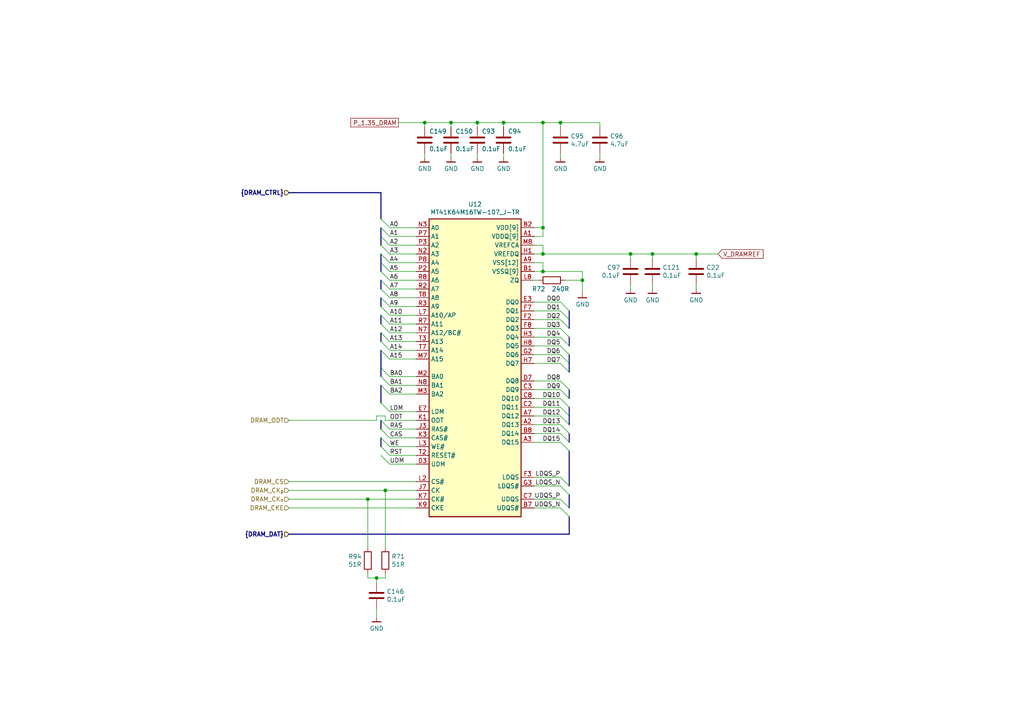
<source format=kicad_sch>
(kicad_sch (version 20200618) (host eeschema "5.99.0-unknown-73168a9~101~ubuntu18.04.1")
  (page 14 18)
  (paper "A4")
  (title_block (title "ButterStick") (date "2020-07-16") (rev "r1.0") (company "GsD") (comment 1 "Functional prototyping board for the Lattice ECP5."))
  (lib_symbols
    (symbol "Device:C" (pin_numbers hide) (pin_names (offset 0.254))
      (property "Reference" "C" (at 0.635 2.54 0))
      (property "Value" "C" (at 0.635 -2.54 0))
      (symbol "C_0_1"
        (polyline (pts (xy -2.032 -0.762) (xy 2.032 -0.762)) (stroke (width 0.508)))
        (polyline (pts (xy -2.032 0.762) (xy 2.032 0.762)) (stroke (width 0.508)))
      )
      (symbol "C_1_1"
        (pin passive line (at 0 3.81 270) (length 2.794) (name "~") (number "1"))
        (pin passive line (at 0 -3.81 90) (length 2.794) (name "~") (number "2"))
      )
    )
    (symbol "Device:R" (pin_numbers hide) (pin_names (offset 0))
      (property "Reference" "R" (at 2.032 0 90))
      (property "Value" "R" (at 0 0 90))
      (symbol "R_0_1"
        (rectangle (start -1.016 -2.54) (end 1.016 2.54) (stroke (width 0.254)))
      )
      (symbol "R_1_1"
        (pin passive line (at 0 3.81 270) (length 1.27) (name "~") (number "1"))
        (pin passive line (at 0 -3.81 90) (length 1.27) (name "~") (number "2"))
      )
    )
    (symbol "gkl_mem:MT41K512M16TW"
      (property "Reference" "U" (at 0 36.83 0))
      (property "Value" "MT41K512M16TW" (at 0 34.29 0))
      (symbol "MT41K512M16TW_0_1"
        (rectangle (start -12.7 33.02) (end 13.97 -53.34) (stroke (width 0.3302)) (fill (type background)))
      )
      (symbol "MT41K512M16TW_1_1"
        (pin input line (at 17.78 27.94 180) (length 3.81) (name "VDDQ[9]") (number "A1"))
        (pin input line (at 17.78 -26.67 180) (length 3.81) (name "DQ13") (number "A2"))
        (pin input line (at 17.78 -31.75 180) (length 3.81) (name "DQ15") (number "A3"))
        (pin input line (at 17.78 -24.13 180) (length 3.81) (name "DQ12") (number "A7"))
        (pin input line (at 17.78 27.94 180) (length 0) (name "VDDQ") (number "A8"))
        (pin input line (at 17.78 20.32 180) (length 3.81) (name "VSS[12]") (number "A9"))
        (pin input line (at 17.78 17.78 180) (length 3.81) (name "VSSQ[9]") (number "B1"))
        (pin input line (at 17.78 30.48 180) (length 3.81) (name "VDD[9]") (number "B2"))
        (pin input line (at 17.78 20.32 180) (length 0) (name "VSS") (number "B3"))
        (pin input line (at 17.78 -50.8 180) (length 3.81) (name "UDQS#") (number "B7"))
        (pin input line (at 17.78 -29.21 180) (length 3.81) (name "DQ14") (number "B8"))
        (pin input line (at 17.78 17.78 180) (length 0) (name "VSSQ") (number "B9"))
        (pin input line (at 17.78 27.94 180) (length 0) (name "VDDQ") (number "C1"))
        (pin input line (at 17.78 -21.59 180) (length 3.81) (name "DQ11") (number "C2"))
        (pin input line (at 17.78 -16.51 180) (length 3.81) (name "DQ9") (number "C3"))
        (pin input line (at 17.78 -48.26 180) (length 3.81) (name "UDQS") (number "C7"))
        (pin input line (at 17.78 -19.05 180) (length 3.81) (name "DQ10") (number "C8"))
        (pin input line (at 17.78 27.94 180) (length 0) (name "VDDQ") (number "C9"))
        (pin input line (at 17.78 17.78 180) (length 0) (name "VSSQ") (number "D1"))
        (pin input line (at 17.78 27.94 180) (length 0) (name "VDDQ") (number "D2"))
        (pin input line (at -16.51 -38.1 0) (length 3.81) (name "UDM") (number "D3"))
        (pin input line (at 17.78 -13.97 180) (length 3.81) (name "DQ8") (number "D7"))
        (pin input line (at 17.78 17.78 180) (length 0) (name "VSSQ") (number "D8"))
        (pin input line (at 17.78 30.48 180) (length 0) (name "VDD") (number "D9"))
        (pin input line (at 17.78 20.32 180) (length 0) (name "VSS") (number "E1"))
        (pin input line (at 17.78 17.78 180) (length 0) (name "VSSQ") (number "E2"))
        (pin input line (at 17.78 8.89 180) (length 3.81) (name "DQ0") (number "E3"))
        (pin input line (at -16.51 -22.86 0) (length 3.81) (name "LDM") (number "E7"))
        (pin input line (at 17.78 17.78 180) (length 0) (name "VSSQ") (number "E8"))
        (pin input line (at 17.78 27.94 180) (length 0) (name "VDDQ") (number "E9"))
        (pin input line (at 17.78 27.94 180) (length 0) (name "VDDQ") (number "F1"))
        (pin input line (at 17.78 3.81 180) (length 3.81) (name "DQ2") (number "F2"))
        (pin input line (at 17.78 -41.91 180) (length 3.81) (name "LDQS") (number "F3"))
        (pin input line (at 17.78 6.35 180) (length 3.81) (name "DQ1") (number "F7"))
        (pin input line (at 17.78 1.27 180) (length 3.81) (name "DQ3") (number "F8"))
        (pin input line (at 17.78 17.78 180) (length 0) (name "VSSQ") (number "F9"))
        (pin input line (at 17.78 17.78 180) (length 0) (name "VSSQ") (number "G1"))
        (pin input line (at 17.78 -6.35 180) (length 3.81) (name "DQ6") (number "G2"))
        (pin input line (at 17.78 -44.45 180) (length 3.81) (name "LDQS#") (number "G3"))
        (pin input line (at 17.78 30.48 180) (length 0) (name "VDD") (number "G7"))
        (pin input line (at 17.78 17.78 180) (length 0) (name "VSSQ") (number "G9"))
        (pin input line (at 17.78 22.86 180) (length 3.81) (name "VREFDQ") (number "H1"))
        (pin input line (at 17.78 27.94 180) (length 0) (name "VDDQ") (number "H2"))
        (pin input line (at 17.78 -1.27 180) (length 3.81) (name "DQ4") (number "H3"))
        (pin input line (at 17.78 -8.89 180) (length 3.81) (name "DQ7") (number "H7"))
        (pin input line (at 17.78 -3.81 180) (length 3.81) (name "DQ5") (number "H8"))
        (pin input line (at 17.78 27.94 180) (length 0) (name "VDDQ") (number "H9"))
        (pin input line (at 17.78 20.32 180) (length 0) (name "VSS") (number "J2"))
        (pin input line (at -16.51 -27.94 0) (length 3.81) (name "RAS#") (number "J3"))
        (pin input line (at -16.51 -45.72 0) (length 3.81) (name "CK") (number "J7"))
        (pin input line (at 17.78 20.32 180) (length 0) (name "VSS") (number "J8"))
        (pin input line (at -16.51 -25.4 0) (length 3.81) (name "ODT") (number "K1"))
        (pin input line (at 17.78 30.48 180) (length 0) (name "VDD") (number "K2"))
        (pin input line (at -16.51 -30.48 0) (length 3.81) (name "CAS#") (number "K3"))
        (pin input line (at -16.51 -48.26 0) (length 3.81) (name "CK#") (number "K7"))
        (pin input line (at 17.78 30.48 180) (length 0) (name "VDD") (number "K8"))
        (pin input line (at -16.51 -50.8 0) (length 3.81) (name "CKE") (number "K9"))
        (pin input line (at -16.51 -43.18 0) (length 3.81) (name "CS#") (number "L2"))
        (pin input line (at -16.51 -33.02 0) (length 3.81) (name "WE#") (number "L3"))
        (pin input line (at -16.51 5.08 0) (length 3.81) (name "A10/AP") (number "L7"))
        (pin input line (at 17.78 15.24 180) (length 3.81) (name "ZQ") (number "L8"))
        (pin input line (at 17.78 20.32 180) (length 0) (name "VSS") (number "M1"))
        (pin input line (at -16.51 -12.7 0) (length 3.81) (name "BA0") (number "M2"))
        (pin input line (at -16.51 -17.78 0) (length 3.81) (name "BA2") (number "M3"))
        (pin input line (at -16.51 -7.62 0) (length 3.81) (name "A15") (number "M7"))
        (pin input line (at 17.78 25.4 180) (length 3.81) (name "VREFCA") (number "M8"))
        (pin input line (at 17.78 20.32 180) (length 0) (name "VSS") (number "M9"))
        (pin input line (at 17.78 30.48 180) (length 0) (name "VDD") (number "N1"))
        (pin input line (at -16.51 22.86 0) (length 3.81) (name "A3") (number "N2"))
        (pin input line (at -16.51 30.48 0) (length 3.81) (name "A0") (number "N3"))
        (pin input line (at -16.51 0 0) (length 3.81) (name "A12/BC#") (number "N7"))
        (pin input line (at -16.51 -15.24 0) (length 3.81) (name "BA1") (number "N8"))
        (pin input line (at 17.78 30.48 180) (length 0) (name "VDD") (number "N9"))
        (pin input line (at 17.78 20.32 180) (length 0) (name "VSS") (number "P1"))
        (pin input line (at -16.51 17.78 0) (length 3.81) (name "A5") (number "P2"))
        (pin input line (at -16.51 25.4 0) (length 3.81) (name "A2") (number "P3"))
        (pin input line (at -16.51 27.94 0) (length 3.81) (name "A1") (number "P7"))
        (pin input line (at -16.51 20.32 0) (length 3.81) (name "A4") (number "P8"))
        (pin input line (at 17.78 20.32 180) (length 0) (name "VSS") (number "P9"))
        (pin input line (at 17.78 20.32 180) (length 0) (name "VSS") (number "P9"))
        (pin input line (at 17.78 30.48 180) (length 0) (name "VDD") (number "R1"))
        (pin input line (at -16.51 12.7 0) (length 3.81) (name "A7") (number "R2"))
        (pin input line (at -16.51 7.62 0) (length 3.81) (name "A9") (number "R3"))
        (pin input line (at -16.51 2.54 0) (length 3.81) (name "A11") (number "R7"))
        (pin input line (at -16.51 15.24 0) (length 3.81) (name "A6") (number "R8"))
        (pin input line (at 17.78 30.48 180) (length 0) (name "VDD") (number "R9"))
        (pin input line (at 17.78 20.32 180) (length 0) (name "VSS") (number "T1"))
        (pin input line (at -16.51 -35.56 0) (length 3.81) (name "RESET#") (number "T2"))
        (pin input line (at -16.51 -2.54 0) (length 3.81) (name "A13") (number "T3"))
        (pin input line (at -16.51 -5.08 0) (length 3.81) (name "A14") (number "T7"))
        (pin input line (at -16.51 10.16 0) (length 3.81) (name "A8") (number "T8"))
        (pin input line (at 17.78 20.32 180) (length 0) (name "VSS") (number "T9"))
      )
    )
    (symbol "gkl_power:GND" (power) (pin_names (offset 0))
      (property "Value" "GND" (at 0 -2.54 0))
      (symbol "GND_0_1"
        (polyline (pts (xy 0 -1.27) (xy 0 0)))
        (polyline (pts (xy 1.27 -1.27) (xy -1.27 -1.27)) (stroke (width 0.3048)))
      )
      (symbol "GND_1_1"
        (pin power_in line (at 0 0 270) (length 0) hide (name "GND") (number "1"))
      )
    )
    (symbol "power:GND" (power) (pin_names (offset 0))
      (property "Value" "GND" (at 0 -2.54 0))
      (symbol "GND_0_1"
        (polyline (pts (xy 0 -1.27) (xy 0 0)))
        (polyline (pts (xy 1.27 -1.27) (xy -1.27 -1.27)) (stroke (width 0.3048)))
      )
      (symbol "GND_1_1"
        (pin power_in line (at 0 0 270) (length 0) hide (name "GND") (number "1"))
      )
    )
  )
  (junction (at 106.68 144.78))
  (junction (at 109.22 167.64))
  (junction (at 111.76 142.24))
  (junction (at 123.19 35.56))
  (junction (at 130.81 35.56))
  (junction (at 138.43 35.56))
  (junction (at 146.05 35.56))
  (junction (at 157.48 35.56))
  (junction (at 157.48 66.04))
  (junction (at 157.48 73.66))
  (junction (at 157.48 78.74))
  (junction (at 162.56 35.56))
  (junction (at 168.91 81.28))
  (junction (at 182.88 73.66))
  (junction (at 189.23 73.66))
  (junction (at 201.93 73.66))
  (bus_entry (at 110.49 63.5) (size 2.54 2.54) (stroke (width 0.1524)))
  (bus_entry (at 110.49 66.04) (size 2.54 2.54) (stroke (width 0.1524)))
  (bus_entry (at 110.49 68.58) (size 2.54 2.54) (stroke (width 0.1524)))
  (bus_entry (at 110.49 71.12) (size 2.54 2.54) (stroke (width 0.1524)))
  (bus_entry (at 110.49 73.66) (size 2.54 2.54) (stroke (width 0.1524)))
  (bus_entry (at 110.49 76.2) (size 2.54 2.54) (stroke (width 0.1524)))
  (bus_entry (at 110.49 78.74) (size 2.54 2.54) (stroke (width 0.1524)))
  (bus_entry (at 110.49 81.28) (size 2.54 2.54) (stroke (width 0.1524)))
  (bus_entry (at 110.49 83.82) (size 2.54 2.54) (stroke (width 0.1524)))
  (bus_entry (at 110.49 86.36) (size 2.54 2.54) (stroke (width 0.1524)))
  (bus_entry (at 110.49 88.9) (size 2.54 2.54) (stroke (width 0.1524)))
  (bus_entry (at 110.49 91.44) (size 2.54 2.54) (stroke (width 0.1524)))
  (bus_entry (at 110.49 93.98) (size 2.54 2.54) (stroke (width 0.1524)))
  (bus_entry (at 110.49 96.52) (size 2.54 2.54) (stroke (width 0.1524)))
  (bus_entry (at 110.49 99.06) (size 2.54 2.54) (stroke (width 0.1524)))
  (bus_entry (at 110.49 101.6) (size 2.54 2.54) (stroke (width 0.1524)))
  (bus_entry (at 110.49 106.68) (size 2.54 2.54) (stroke (width 0.1524)))
  (bus_entry (at 110.49 109.22) (size 2.54 2.54) (stroke (width 0.1524)))
  (bus_entry (at 110.49 111.76) (size 2.54 2.54) (stroke (width 0.1524)))
  (bus_entry (at 110.49 116.84) (size 2.54 2.54) (stroke (width 0.1524)))
  (bus_entry (at 110.49 121.92) (size 2.54 2.54) (stroke (width 0.1524)))
  (bus_entry (at 110.49 124.46) (size 2.54 2.54) (stroke (width 0.1524)))
  (bus_entry (at 110.49 127) (size 2.54 2.54) (stroke (width 0.1524)))
  (bus_entry (at 110.49 129.54) (size 2.54 2.54) (stroke (width 0.1524)))
  (bus_entry (at 110.49 132.08) (size 2.54 2.54) (stroke (width 0.1524)))
  (bus_entry (at 165.1 90.17) (size -2.54 -2.54) (stroke (width 0.1524)))
  (bus_entry (at 165.1 92.71) (size -2.54 -2.54) (stroke (width 0.1524)))
  (bus_entry (at 165.1 95.25) (size -2.54 -2.54) (stroke (width 0.1524)))
  (bus_entry (at 165.1 97.79) (size -2.54 -2.54) (stroke (width 0.1524)))
  (bus_entry (at 165.1 100.33) (size -2.54 -2.54) (stroke (width 0.1524)))
  (bus_entry (at 165.1 102.87) (size -2.54 -2.54) (stroke (width 0.1524)))
  (bus_entry (at 165.1 105.41) (size -2.54 -2.54) (stroke (width 0.1524)))
  (bus_entry (at 165.1 107.95) (size -2.54 -2.54) (stroke (width 0.1524)))
  (bus_entry (at 165.1 113.03) (size -2.54 -2.54) (stroke (width 0.1524)))
  (bus_entry (at 165.1 115.57) (size -2.54 -2.54) (stroke (width 0.1524)))
  (bus_entry (at 165.1 118.11) (size -2.54 -2.54) (stroke (width 0.1524)))
  (bus_entry (at 165.1 120.65) (size -2.54 -2.54) (stroke (width 0.1524)))
  (bus_entry (at 165.1 123.19) (size -2.54 -2.54) (stroke (width 0.1524)))
  (bus_entry (at 165.1 125.73) (size -2.54 -2.54) (stroke (width 0.1524)))
  (bus_entry (at 165.1 128.27) (size -2.54 -2.54) (stroke (width 0.1524)))
  (bus_entry (at 165.1 130.81) (size -2.54 -2.54) (stroke (width 0.1524)))
  (bus_entry (at 165.1 140.97) (size -2.54 -2.54) (stroke (width 0.1524)))
  (bus_entry (at 165.1 143.51) (size -2.54 -2.54) (stroke (width 0.1524)))
  (bus_entry (at 165.1 147.32) (size -2.54 -2.54) (stroke (width 0.1524)))
  (bus_entry (at 165.1 149.86) (size -2.54 -2.54) (stroke (width 0.1524)))
  (wire (pts (xy 83.82 121.92) (xy 109.22 121.92)))
  (wire (pts (xy 83.82 139.7) (xy 120.65 139.7)))
  (wire (pts (xy 83.82 142.24) (xy 111.76 142.24)))
  (wire (pts (xy 83.82 144.78) (xy 106.68 144.78)))
  (wire (pts (xy 83.82 147.32) (xy 120.65 147.32)))
  (wire (pts (xy 106.68 144.78) (xy 106.68 158.75)))
  (wire (pts (xy 106.68 144.78) (xy 120.65 144.78)))
  (wire (pts (xy 106.68 166.37) (xy 106.68 167.64)))
  (wire (pts (xy 106.68 167.64) (xy 109.22 167.64)))
  (wire (pts (xy 109.22 120.65) (xy 109.22 121.92)))
  (wire (pts (xy 109.22 167.64) (xy 109.22 168.91)))
  (wire (pts (xy 109.22 167.64) (xy 111.76 167.64)))
  (wire (pts (xy 109.22 176.53) (xy 109.22 179.07)))
  (wire (pts (xy 111.76 120.65) (xy 109.22 120.65)))
  (wire (pts (xy 111.76 121.92) (xy 111.76 120.65)))
  (wire (pts (xy 111.76 121.92) (xy 120.65 121.92)))
  (wire (pts (xy 111.76 142.24) (xy 111.76 158.75)))
  (wire (pts (xy 111.76 142.24) (xy 120.65 142.24)))
  (wire (pts (xy 111.76 167.64) (xy 111.76 166.37)))
  (wire (pts (xy 113.03 66.04) (xy 120.65 66.04)))
  (wire (pts (xy 113.03 68.58) (xy 120.65 68.58)))
  (wire (pts (xy 113.03 71.12) (xy 120.65 71.12)))
  (wire (pts (xy 113.03 73.66) (xy 120.65 73.66)))
  (wire (pts (xy 113.03 76.2) (xy 120.65 76.2)))
  (wire (pts (xy 113.03 78.74) (xy 120.65 78.74)))
  (wire (pts (xy 113.03 81.28) (xy 120.65 81.28)))
  (wire (pts (xy 113.03 83.82) (xy 120.65 83.82)))
  (wire (pts (xy 113.03 86.36) (xy 120.65 86.36)))
  (wire (pts (xy 113.03 88.9) (xy 120.65 88.9)))
  (wire (pts (xy 113.03 91.44) (xy 120.65 91.44)))
  (wire (pts (xy 113.03 93.98) (xy 120.65 93.98)))
  (wire (pts (xy 113.03 96.52) (xy 120.65 96.52)))
  (wire (pts (xy 113.03 99.06) (xy 120.65 99.06)))
  (wire (pts (xy 113.03 101.6) (xy 120.65 101.6)))
  (wire (pts (xy 113.03 104.14) (xy 120.65 104.14)))
  (wire (pts (xy 113.03 109.22) (xy 120.65 109.22)))
  (wire (pts (xy 113.03 111.76) (xy 120.65 111.76)))
  (wire (pts (xy 113.03 114.3) (xy 120.65 114.3)))
  (wire (pts (xy 113.03 119.38) (xy 120.65 119.38)))
  (wire (pts (xy 113.03 124.46) (xy 120.65 124.46)))
  (wire (pts (xy 113.03 127) (xy 120.65 127)))
  (wire (pts (xy 113.03 129.54) (xy 120.65 129.54)))
  (wire (pts (xy 113.03 132.08) (xy 120.65 132.08)))
  (wire (pts (xy 113.03 134.62) (xy 120.65 134.62)))
  (wire (pts (xy 115.57 35.56) (xy 123.19 35.56)))
  (wire (pts (xy 123.19 35.56) (xy 123.19 36.83)))
  (wire (pts (xy 123.19 44.45) (xy 123.19 45.72)))
  (wire (pts (xy 130.81 35.56) (xy 123.19 35.56)))
  (wire (pts (xy 130.81 35.56) (xy 130.81 36.83)))
  (wire (pts (xy 130.81 35.56) (xy 138.43 35.56)))
  (wire (pts (xy 130.81 44.45) (xy 130.81 45.72)))
  (wire (pts (xy 138.43 35.56) (xy 138.43 36.83)))
  (wire (pts (xy 138.43 35.56) (xy 146.05 35.56)))
  (wire (pts (xy 138.43 44.45) (xy 138.43 45.72)))
  (wire (pts (xy 146.05 35.56) (xy 146.05 36.83)))
  (wire (pts (xy 146.05 35.56) (xy 157.48 35.56)))
  (wire (pts (xy 146.05 44.45) (xy 146.05 45.72)))
  (wire (pts (xy 154.94 66.04) (xy 157.48 66.04)))
  (wire (pts (xy 154.94 68.58) (xy 157.48 68.58)))
  (wire (pts (xy 154.94 71.12) (xy 157.48 71.12)))
  (wire (pts (xy 154.94 73.66) (xy 157.48 73.66)))
  (wire (pts (xy 154.94 76.2) (xy 157.48 76.2)))
  (wire (pts (xy 154.94 78.74) (xy 157.48 78.74)))
  (wire (pts (xy 154.94 81.28) (xy 156.21 81.28)))
  (wire (pts (xy 154.94 87.63) (xy 162.56 87.63)))
  (wire (pts (xy 154.94 90.17) (xy 162.56 90.17)))
  (wire (pts (xy 154.94 92.71) (xy 162.56 92.71)))
  (wire (pts (xy 154.94 95.25) (xy 162.56 95.25)))
  (wire (pts (xy 154.94 97.79) (xy 162.56 97.79)))
  (wire (pts (xy 154.94 100.33) (xy 162.56 100.33)))
  (wire (pts (xy 154.94 102.87) (xy 162.56 102.87)))
  (wire (pts (xy 154.94 105.41) (xy 162.56 105.41)))
  (wire (pts (xy 154.94 110.49) (xy 162.56 110.49)))
  (wire (pts (xy 154.94 113.03) (xy 162.56 113.03)))
  (wire (pts (xy 154.94 115.57) (xy 162.56 115.57)))
  (wire (pts (xy 154.94 118.11) (xy 162.56 118.11)))
  (wire (pts (xy 154.94 120.65) (xy 162.56 120.65)))
  (wire (pts (xy 154.94 123.19) (xy 162.56 123.19)))
  (wire (pts (xy 154.94 125.73) (xy 162.56 125.73)))
  (wire (pts (xy 154.94 128.27) (xy 162.56 128.27)))
  (wire (pts (xy 154.94 138.43) (xy 162.56 138.43)))
  (wire (pts (xy 154.94 140.97) (xy 162.56 140.97)))
  (wire (pts (xy 154.94 144.78) (xy 162.56 144.78)))
  (wire (pts (xy 154.94 147.32) (xy 162.56 147.32)))
  (wire (pts (xy 157.48 35.56) (xy 162.56 35.56)))
  (wire (pts (xy 157.48 66.04) (xy 157.48 35.56)))
  (wire (pts (xy 157.48 68.58) (xy 157.48 66.04)))
  (wire (pts (xy 157.48 71.12) (xy 157.48 73.66)))
  (wire (pts (xy 157.48 73.66) (xy 182.88 73.66)))
  (wire (pts (xy 157.48 76.2) (xy 157.48 78.74)))
  (wire (pts (xy 157.48 78.74) (xy 168.91 78.74)))
  (wire (pts (xy 162.56 35.56) (xy 162.56 36.83)))
  (wire (pts (xy 162.56 35.56) (xy 173.99 35.56)))
  (wire (pts (xy 162.56 44.45) (xy 162.56 45.72)))
  (wire (pts (xy 163.83 81.28) (xy 168.91 81.28)))
  (wire (pts (xy 168.91 78.74) (xy 168.91 81.28)))
  (wire (pts (xy 168.91 81.28) (xy 168.91 85.09)))
  (wire (pts (xy 173.99 35.56) (xy 173.99 36.83)))
  (wire (pts (xy 173.99 44.45) (xy 173.99 45.72)))
  (wire (pts (xy 182.88 73.66) (xy 182.88 74.93)))
  (wire (pts (xy 182.88 73.66) (xy 189.23 73.66)))
  (wire (pts (xy 182.88 82.55) (xy 182.88 83.82)))
  (wire (pts (xy 189.23 73.66) (xy 189.23 74.93)))
  (wire (pts (xy 189.23 73.66) (xy 201.93 73.66)))
  (wire (pts (xy 189.23 82.55) (xy 189.23 83.82)))
  (wire (pts (xy 201.93 73.66) (xy 201.93 74.93)))
  (wire (pts (xy 201.93 73.66) (xy 208.28 73.66)))
  (wire (pts (xy 201.93 82.55) (xy 201.93 83.82)))
  (bus (pts (xy 83.82 55.88) (xy 110.49 55.88)))
  (bus (pts (xy 83.82 154.94) (xy 165.1 154.94)))
  (bus (pts (xy 110.49 55.88) (xy 110.49 66.04)))
  (bus (pts (xy 110.49 66.04) (xy 110.49 68.58)))
  (bus (pts (xy 110.49 68.58) (xy 110.49 73.66)))
  (bus (pts (xy 110.49 73.66) (xy 110.49 76.2)))
  (bus (pts (xy 110.49 76.2) (xy 110.49 81.28)))
  (bus (pts (xy 110.49 81.28) (xy 110.49 86.36)))
  (bus (pts (xy 110.49 86.36) (xy 110.49 91.44)))
  (bus (pts (xy 110.49 91.44) (xy 110.49 96.52)))
  (bus (pts (xy 110.49 96.52) (xy 110.49 101.6)))
  (bus (pts (xy 110.49 101.6) (xy 110.49 106.68)))
  (bus (pts (xy 110.49 106.68) (xy 110.49 111.76)))
  (bus (pts (xy 110.49 111.76) (xy 110.49 121.92)))
  (bus (pts (xy 110.49 121.92) (xy 110.49 127)))
  (bus (pts (xy 110.49 127) (xy 110.49 132.08)))
  (bus (pts (xy 165.1 90.17) (xy 165.1 92.71)))
  (bus (pts (xy 165.1 92.71) (xy 165.1 97.79)))
  (bus (pts (xy 165.1 97.79) (xy 165.1 102.87)))
  (bus (pts (xy 165.1 102.87) (xy 165.1 105.41)))
  (bus (pts (xy 165.1 105.41) (xy 165.1 113.03)))
  (bus (pts (xy 165.1 113.03) (xy 165.1 118.11)))
  (bus (pts (xy 165.1 118.11) (xy 165.1 120.65)))
  (bus (pts (xy 165.1 120.65) (xy 165.1 125.73)))
  (bus (pts (xy 165.1 125.73) (xy 165.1 130.81)))
  (bus (pts (xy 165.1 130.81) (xy 165.1 143.51)))
  (bus (pts (xy 165.1 143.51) (xy 165.1 149.86)))
  (bus (pts (xy 165.1 149.86) (xy 165.1 154.94)))
  (label "A0" (at 113.03 66.04 0))
  (label "A1" (at 113.03 68.58 0))
  (label "A2" (at 113.03 71.12 0))
  (label "A3" (at 113.03 73.66 0))
  (label "A4" (at 113.03 76.2 0))
  (label "A5" (at 113.03 78.74 0))
  (label "A6" (at 113.03 81.28 0))
  (label "A7" (at 113.03 83.82 0))
  (label "A8" (at 113.03 86.36 0))
  (label "A9" (at 113.03 88.9 0))
  (label "A10" (at 113.03 91.44 0))
  (label "A11" (at 113.03 93.98 0))
  (label "A12" (at 113.03 96.52 0))
  (label "A13" (at 113.03 99.06 0))
  (label "A14" (at 113.03 101.6 0))
  (label "A15" (at 113.03 104.14 0))
  (label "BA0" (at 113.03 109.22 0))
  (label "BA1" (at 113.03 111.76 0))
  (label "BA2" (at 113.03 114.3 0))
  (label "LDM" (at 113.03 119.38 0))
  (label "ODT" (at 113.03 121.92 0))
  (label "RAS" (at 113.03 124.46 0))
  (label "CAS" (at 113.03 127 0))
  (label "WE" (at 113.03 129.54 0))
  (label "RST" (at 113.03 132.08 0))
  (label "UDM" (at 113.03 134.62 0))
  (label "DQ0" (at 162.56 87.63 180))
  (label "DQ1" (at 162.56 90.17 180))
  (label "DQ2" (at 162.56 92.71 180))
  (label "DQ3" (at 162.56 95.25 180))
  (label "DQ4" (at 162.56 97.79 180))
  (label "DQ5" (at 162.56 100.33 180))
  (label "DQ6" (at 162.56 102.87 180))
  (label "DQ7" (at 162.56 105.41 180))
  (label "DQ8" (at 162.56 110.49 180))
  (label "DQ9" (at 162.56 113.03 180))
  (label "DQ10" (at 162.56 115.57 180))
  (label "DQ11" (at 162.56 118.11 180))
  (label "DQ12" (at 162.56 120.65 180))
  (label "DQ13" (at 162.56 123.19 180))
  (label "DQ14" (at 162.56 125.73 180))
  (label "DQ15" (at 162.56 128.27 180))
  (label "LDQS_P" (at 162.56 138.43 180))
  (label "LDQS_N" (at 162.56 140.97 180))
  (label "UDQS_P" (at 162.56 144.78 180))
  (label "UDQS_N" (at 162.56 147.32 180))
  (global_label "P_1.35_DRAM" (shape passive) (at 115.57 35.56 180))
  (global_label "V_DRAMREF" (shape input) (at 208.28 73.66 0))
  (hierarchical_label "{DRAM_CTRL}" (shape input) (at 83.82 55.88 180) (effects (font (thickness 0.254) bold)))
  (hierarchical_label "DRAM_ODT" (shape input) (at 83.82 121.92 180))
  (hierarchical_label "DRAM_CS" (shape input) (at 83.82 139.7 180))
  (hierarchical_label "DRAM_CK_{p}" (shape input) (at 83.82 142.24 180))
  (hierarchical_label "DRAM_CK_{n}" (shape input) (at 83.82 144.78 180))
  (hierarchical_label "DRAM_CKE" (shape input) (at 83.82 147.32 180))
  (hierarchical_label "{DRAM_DAT}" (shape input) (at 83.82 154.94 180) (effects (font (thickness 0.254) bold)))
  (symbol (lib_id "gkl_power:GND") (at 109.22 179.07 0)
    (property "Reference" "#PWR0237" (effects hide))
    (property "Value" "GND" (at 109.2581 182.2768 0))
  )
  (symbol (lib_id "gkl_power:GND") (at 123.19 45.72 0)
    (property "Reference" "#PWR0240" (effects hide))
    (property "Value" "GND" (at 123.2281 48.9268 0))
  )
  (symbol (lib_id "gkl_power:GND") (at 130.81 45.72 0)
    (property "Reference" "#PWR0241" (effects hide))
    (property "Value" "GND" (at 130.8481 48.9268 0))
  )
  (symbol (lib_id "gkl_power:GND") (at 138.43 45.72 0)
    (property "Reference" "#PWR0157" (effects hide))
    (property "Value" "GND" (at 138.4681 48.9268 0))
  )
  (symbol (lib_id "gkl_power:GND") (at 146.05 45.72 0)
    (property "Reference" "#PWR0158" (effects hide))
    (property "Value" "GND" (at 146.0881 48.9268 0))
  )
  (symbol (lib_id "gkl_power:GND") (at 162.56 45.72 0)
    (property "Reference" "#PWR0159" (effects hide))
    (property "Value" "GND" (at 162.5981 48.9268 0))
  )
  (symbol (lib_id "power:GND") (at 168.91 85.09 0)
    (property "Reference" "#PWR0160" (effects hide))
    (property "Value" "GND" (at 168.9862 88.2904 0))
  )
  (symbol (lib_id "gkl_power:GND") (at 173.99 45.72 0)
    (property "Reference" "#PWR0161" (effects hide))
    (property "Value" "GND" (at 174.0281 48.9268 0))
  )
  (symbol (lib_id "gkl_power:GND") (at 182.88 83.82 0)
    (property "Reference" "#PWR0162" (effects hide))
    (property "Value" "GND" (at 182.9181 87.0268 0))
  )
  (symbol (lib_id "gkl_power:GND") (at 189.23 83.82 0)
    (property "Reference" "#PWR0209" (effects hide))
    (property "Value" "GND" (at 189.2681 87.0268 0))
  )
  (symbol (lib_id "gkl_power:GND") (at 201.93 83.82 0)
    (property "Reference" "#PWR0104" (effects hide))
    (property "Value" "GND" (at 201.9681 87.0268 0))
  )
  (symbol (lib_id "Device:R") (at 106.68 162.56 180)
    (property "Reference" "R94" (at 104.9019 161.4106 0) (effects (justify left)))
    (property "Value" "51R" (at 104.9019 163.7093 0) (effects (justify left)))
    (property "Footprint" "Resistor_SMD:R_0402_1005Metric" (effects hide))
  )
  (symbol (lib_id "Device:R") (at 111.76 162.56 180)
    (property "Reference" "R71" (at 113.5381 161.4106 0) (effects (justify right)))
    (property "Value" "51R" (at 113.5381 163.7093 0) (effects (justify right)))
    (property "Footprint" "Resistor_SMD:R_0402_1005Metric" (effects hide))
  )
  (symbol (lib_id "Device:R") (at 160.02 81.28 90)
    (property "Reference" "R72" (at 156.21 83.82 90))
    (property "Value" "240R" (at 162.56 83.82 90))
    (property "Footprint" "Resistor_SMD:R_0402_1005Metric" (effects hide))
  )
  (symbol (lib_id "Device:C") (at 109.22 172.72 0)
    (property "Reference" "C146" (at 112.1411 171.5706 0) (effects (justify left)))
    (property "Value" "0.1uF" (at 112.1411 173.8693 0) (effects (justify left)))
    (property "Footprint" "Capacitor_SMD:C_0402_1005Metric" (effects hide))
  )
  (symbol (lib_id "Device:C") (at 123.19 40.64 0)
    (property "Reference" "C149" (at 124.46 38.1 0) (effects (justify left)))
    (property "Value" "0.1uF" (at 124.46 43.18 0) (effects (justify left)))
    (property "Footprint" "Capacitor_SMD:C_0402_1005Metric" (effects hide))
  )
  (symbol (lib_id "Device:C") (at 130.81 40.64 0)
    (property "Reference" "C150" (at 132.08 38.1 0) (effects (justify left)))
    (property "Value" "0.1uF" (at 132.08 43.18 0) (effects (justify left)))
    (property "Footprint" "Capacitor_SMD:C_0402_1005Metric" (effects hide))
  )
  (symbol (lib_id "Device:C") (at 138.43 40.64 0)
    (property "Reference" "C93" (at 139.7 38.1 0) (effects (justify left)))
    (property "Value" "0.1uF" (at 139.7 43.18 0) (effects (justify left)))
    (property "Footprint" "Capacitor_SMD:C_0402_1005Metric" (effects hide))
  )
  (symbol (lib_id "Device:C") (at 146.05 40.64 0)
    (property "Reference" "C94" (at 147.32 38.1 0) (effects (justify left)))
    (property "Value" "0.1uF" (at 147.32 43.18 0) (effects (justify left)))
    (property "Footprint" "Capacitor_SMD:C_0402_1005Metric" (effects hide))
  )
  (symbol (lib_id "Device:C") (at 162.56 40.64 0)
    (property "Reference" "C95" (at 165.4811 39.4906 0) (effects (justify left)))
    (property "Value" "4.7uF" (at 165.4811 41.7893 0) (effects (justify left)))
    (property "Footprint" "Capacitor_SMD:C_0402_1005Metric" (effects hide))
  )
  (symbol (lib_id "Device:C") (at 173.99 40.64 0)
    (property "Reference" "C96" (at 176.9111 39.4906 0) (effects (justify left)))
    (property "Value" "4.7uF" (at 176.9111 41.7893 0) (effects (justify left)))
    (property "Footprint" "Capacitor_SMD:C_0402_1005Metric" (effects hide))
  )
  (symbol (lib_id "Device:C") (at 182.88 78.74 0)
    (property "Reference" "C97" (at 179.9589 77.5906 0) (effects (justify right)))
    (property "Value" "0.1uF" (at 179.9589 79.8893 0) (effects (justify right)))
    (property "Footprint" "Capacitor_SMD:C_0402_1005Metric" (effects hide))
  )
  (symbol (lib_id "Device:C") (at 189.23 78.74 0)
    (property "Reference" "C121" (at 192.1511 77.5906 0) (effects (justify left)))
    (property "Value" "0.1uF" (at 192.1511 79.8893 0) (effects (justify left)))
    (property "Footprint" "Capacitor_SMD:C_0402_1005Metric" (effects hide))
  )
  (symbol (lib_id "Device:C") (at 201.93 78.74 0)
    (property "Reference" "C22" (at 204.8511 77.5906 0) (effects (justify left)))
    (property "Value" "0.1uF" (at 204.8511 79.8893 0) (effects (justify left)))
    (property "Footprint" "Capacitor_SMD:C_0402_1005Metric" (effects hide))
  )
  (symbol (lib_id "gkl_mem:MT41K512M16TW") (at 137.16 96.52 0)
    (property "Reference" "U12" (at 137.795 59.2582 0))
    (property "Value" "MT41K64M16TW-107_J-TR" (at 137.795 61.5442 0))
    (property "Footprint" "Package_BGA:BGA-96_9.0x13.0mm_Layout2x3x16_P0.8mm" (effects hide))
  )
)
</source>
